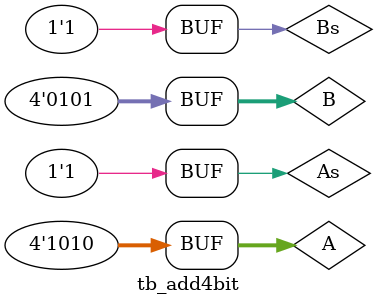
<source format=sv>
module tb_add4bit();

	logic [3:0] A, B;
	logic [3:0] Y; 
	logic As, Bs, Ys;
	
	add4bit dut(A, B, As, Bs, Y, Ys);

	initial begin
	
	As=1'b0;	Bs=1'b0;	A=10;	B=5;	#10;
					A=5;	B=10;	#10;
			Bs=1'b1;	A=10;	B=5;	#10;
	As=1'b1;	Bs=1'b0;	A=10;	B=5;	#10;
					A=5;	B=10;	#10;
			Bs=1'b1;	A=10;	B=5;	#10;
	
	end
endmodule


</source>
